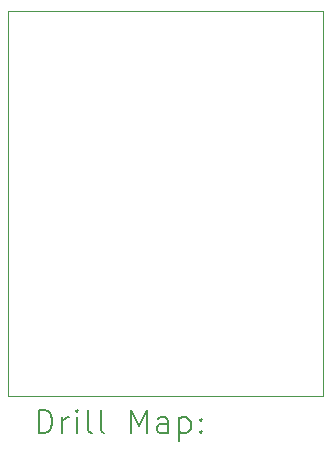
<source format=gbr>
%TF.GenerationSoftware,KiCad,Pcbnew,8.0.0-rc1*%
%TF.CreationDate,2025-03-12T12:31:11+03:00*%
%TF.ProjectId,IMX219_V2.0,494d5832-3139-45f5-9632-2e302e6b6963,rev?*%
%TF.SameCoordinates,Original*%
%TF.FileFunction,Drillmap*%
%TF.FilePolarity,Positive*%
%FSLAX45Y45*%
G04 Gerber Fmt 4.5, Leading zero omitted, Abs format (unit mm)*
G04 Created by KiCad (PCBNEW 8.0.0-rc1) date 2025-03-12 12:31:11*
%MOMM*%
%LPD*%
G01*
G04 APERTURE LIST*
%ADD10C,0.100000*%
%ADD11C,0.200000*%
G04 APERTURE END LIST*
D10*
X16579000Y-6769000D02*
X19239000Y-6769000D01*
X19239000Y-10029000D01*
X16579000Y-10029000D01*
X16579000Y-6769000D01*
D11*
X16834777Y-10345484D02*
X16834777Y-10145484D01*
X16834777Y-10145484D02*
X16882396Y-10145484D01*
X16882396Y-10145484D02*
X16910967Y-10155008D01*
X16910967Y-10155008D02*
X16930015Y-10174055D01*
X16930015Y-10174055D02*
X16939539Y-10193103D01*
X16939539Y-10193103D02*
X16949063Y-10231198D01*
X16949063Y-10231198D02*
X16949063Y-10259770D01*
X16949063Y-10259770D02*
X16939539Y-10297865D01*
X16939539Y-10297865D02*
X16930015Y-10316912D01*
X16930015Y-10316912D02*
X16910967Y-10335960D01*
X16910967Y-10335960D02*
X16882396Y-10345484D01*
X16882396Y-10345484D02*
X16834777Y-10345484D01*
X17034777Y-10345484D02*
X17034777Y-10212150D01*
X17034777Y-10250246D02*
X17044301Y-10231198D01*
X17044301Y-10231198D02*
X17053824Y-10221674D01*
X17053824Y-10221674D02*
X17072872Y-10212150D01*
X17072872Y-10212150D02*
X17091920Y-10212150D01*
X17158586Y-10345484D02*
X17158586Y-10212150D01*
X17158586Y-10145484D02*
X17149063Y-10155008D01*
X17149063Y-10155008D02*
X17158586Y-10164531D01*
X17158586Y-10164531D02*
X17168110Y-10155008D01*
X17168110Y-10155008D02*
X17158586Y-10145484D01*
X17158586Y-10145484D02*
X17158586Y-10164531D01*
X17282396Y-10345484D02*
X17263348Y-10335960D01*
X17263348Y-10335960D02*
X17253824Y-10316912D01*
X17253824Y-10316912D02*
X17253824Y-10145484D01*
X17387158Y-10345484D02*
X17368110Y-10335960D01*
X17368110Y-10335960D02*
X17358586Y-10316912D01*
X17358586Y-10316912D02*
X17358586Y-10145484D01*
X17615729Y-10345484D02*
X17615729Y-10145484D01*
X17615729Y-10145484D02*
X17682396Y-10288341D01*
X17682396Y-10288341D02*
X17749063Y-10145484D01*
X17749063Y-10145484D02*
X17749063Y-10345484D01*
X17930015Y-10345484D02*
X17930015Y-10240722D01*
X17930015Y-10240722D02*
X17920491Y-10221674D01*
X17920491Y-10221674D02*
X17901444Y-10212150D01*
X17901444Y-10212150D02*
X17863348Y-10212150D01*
X17863348Y-10212150D02*
X17844301Y-10221674D01*
X17930015Y-10335960D02*
X17910967Y-10345484D01*
X17910967Y-10345484D02*
X17863348Y-10345484D01*
X17863348Y-10345484D02*
X17844301Y-10335960D01*
X17844301Y-10335960D02*
X17834777Y-10316912D01*
X17834777Y-10316912D02*
X17834777Y-10297865D01*
X17834777Y-10297865D02*
X17844301Y-10278817D01*
X17844301Y-10278817D02*
X17863348Y-10269293D01*
X17863348Y-10269293D02*
X17910967Y-10269293D01*
X17910967Y-10269293D02*
X17930015Y-10259770D01*
X18025253Y-10212150D02*
X18025253Y-10412150D01*
X18025253Y-10221674D02*
X18044301Y-10212150D01*
X18044301Y-10212150D02*
X18082396Y-10212150D01*
X18082396Y-10212150D02*
X18101444Y-10221674D01*
X18101444Y-10221674D02*
X18110967Y-10231198D01*
X18110967Y-10231198D02*
X18120491Y-10250246D01*
X18120491Y-10250246D02*
X18120491Y-10307389D01*
X18120491Y-10307389D02*
X18110967Y-10326436D01*
X18110967Y-10326436D02*
X18101444Y-10335960D01*
X18101444Y-10335960D02*
X18082396Y-10345484D01*
X18082396Y-10345484D02*
X18044301Y-10345484D01*
X18044301Y-10345484D02*
X18025253Y-10335960D01*
X18206205Y-10326436D02*
X18215729Y-10335960D01*
X18215729Y-10335960D02*
X18206205Y-10345484D01*
X18206205Y-10345484D02*
X18196682Y-10335960D01*
X18196682Y-10335960D02*
X18206205Y-10326436D01*
X18206205Y-10326436D02*
X18206205Y-10345484D01*
X18206205Y-10221674D02*
X18215729Y-10231198D01*
X18215729Y-10231198D02*
X18206205Y-10240722D01*
X18206205Y-10240722D02*
X18196682Y-10231198D01*
X18196682Y-10231198D02*
X18206205Y-10221674D01*
X18206205Y-10221674D02*
X18206205Y-10240722D01*
M02*

</source>
